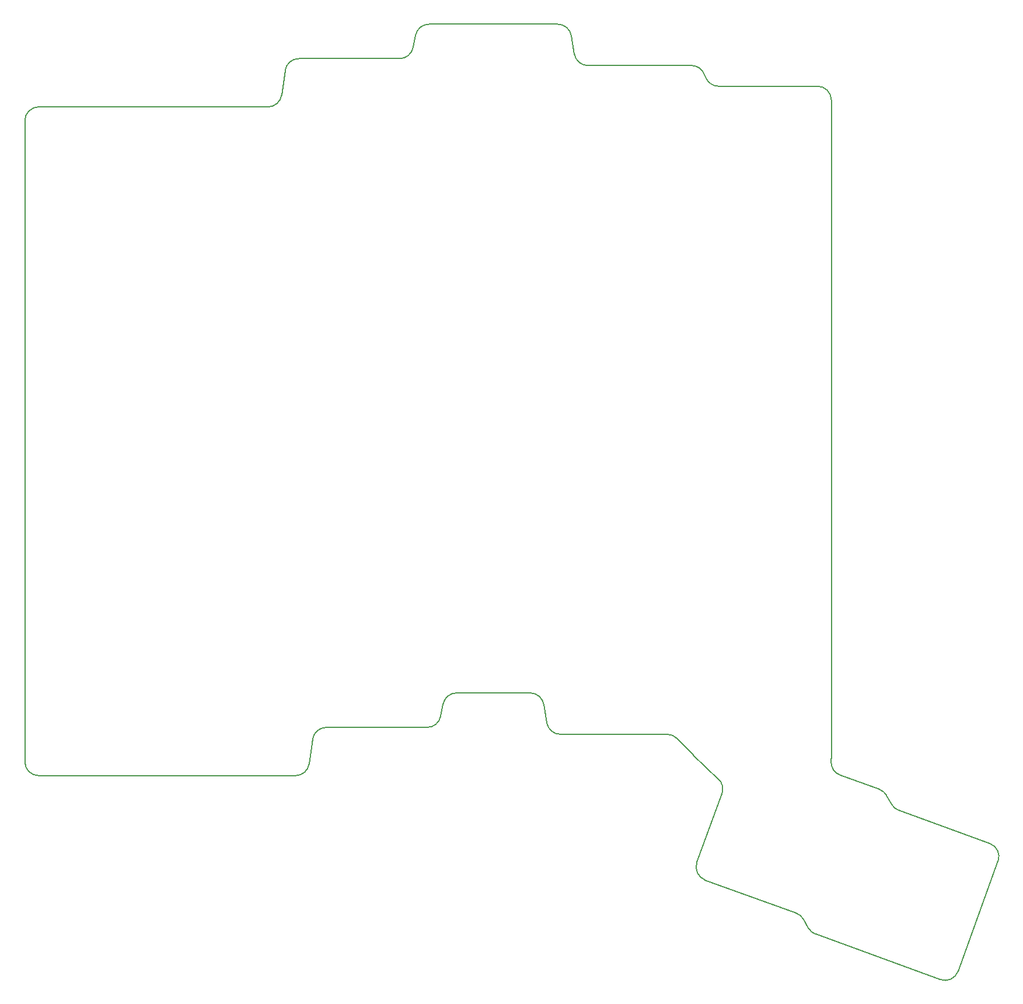
<source format=gm1>
%TF.GenerationSoftware,KiCad,Pcbnew,9.0.6*%
%TF.CreationDate,2025-11-12T16:56:56+01:00*%
%TF.ProjectId,left_finished,6c656674-5f66-4696-9e69-736865642e6b,1*%
%TF.SameCoordinates,Original*%
%TF.FileFunction,Profile,NP*%
%FSLAX46Y46*%
G04 Gerber Fmt 4.6, Leading zero omitted, Abs format (unit mm)*
G04 Created by KiCad (PCBNEW 9.0.6) date 2025-11-12 16:56:56*
%MOMM*%
%LPD*%
G01*
G04 APERTURE LIST*
%TA.AperFunction,Profile*%
%ADD10C,0.150000*%
%TD*%
G04 APERTURE END LIST*
D10*
X246313605Y-209770841D02*
G75*
G02*
X245118288Y-207207426I683995J1879341D01*
G01*
X264612051Y-191601466D02*
G75*
G02*
X264611104Y-191663021I-1998851J-34D01*
G01*
X240783622Y-188632250D02*
G75*
G02*
X242197835Y-189218037I-22J-2000050D01*
G01*
X264612050Y-96632250D02*
X264612050Y-191601465D01*
X262337760Y-217625095D02*
G75*
G02*
X261275695Y-216720971I684040J1879395D01*
G01*
X248248238Y-195122691D02*
G75*
G02*
X248742588Y-197249553I-1385038J-1442809D01*
G01*
X184857358Y-95915093D02*
X185366742Y-92349407D01*
X259521837Y-214578244D02*
X246313605Y-209770841D01*
X246143423Y-92809374D02*
X246434926Y-93455126D01*
X226890584Y-87303452D02*
X227333516Y-89961048D01*
X208290496Y-184240018D02*
X207933604Y-186024482D01*
X287614816Y-204477457D02*
G75*
G02*
X288810124Y-207040869I-684016J-1879343D01*
G01*
X248257801Y-94632250D02*
X262612050Y-94632250D01*
X271590662Y-196623204D02*
G75*
G02*
X272652717Y-197527333I-684062J-1879396D01*
G01*
X264611103Y-191663021D02*
X264581945Y-192609925D01*
X245118260Y-207207416D02*
X248742621Y-197249565D01*
X220917796Y-182632250D02*
X210251658Y-182632250D01*
X229306304Y-91632250D02*
G75*
G02*
X227333553Y-89961042I-4J1999950D01*
G01*
X259521837Y-214578244D02*
G75*
G02*
X260583888Y-215482376I-684037J-1879356D01*
G01*
X187346641Y-90632250D02*
X201972442Y-90632250D01*
X280432394Y-224211003D02*
X262337760Y-217625094D01*
X189366742Y-189349407D02*
G75*
G02*
X191346641Y-187632333I1979858J-282893D01*
G01*
X207933603Y-186024482D02*
G75*
G02*
X205972442Y-187632331I-1961203J392182D01*
G01*
X244320547Y-91632250D02*
G75*
G02*
X246143357Y-92809404I-47J-1999950D01*
G01*
X248257802Y-94632250D02*
G75*
G02*
X246434952Y-93455114I-2J1999950D01*
G01*
X248248238Y-195122691D02*
X244626805Y-191646413D01*
X262612050Y-94632250D02*
G75*
G02*
X264612050Y-96632250I50J-1999950D01*
G01*
X220917796Y-182632250D02*
G75*
G02*
X222890547Y-184303458I4J-1999950D01*
G01*
X149612050Y-194632250D02*
X186877459Y-194632250D01*
X274406585Y-199670055D02*
G75*
G02*
X273344524Y-198765929I684015J1879355D01*
G01*
X288810162Y-207040883D02*
X282995819Y-223015658D01*
X147612050Y-192632250D02*
X147612050Y-99632250D01*
X240783623Y-188632250D02*
X225306304Y-188632250D01*
X265896958Y-194550866D02*
G75*
G02*
X264581966Y-192609926I684042J1879366D01*
G01*
X203933603Y-89024482D02*
G75*
G02*
X201972442Y-90632331I-1961203J392182D01*
G01*
X272652722Y-197527330D02*
X273344524Y-198765929D01*
X184857358Y-95915093D02*
G75*
G02*
X182877459Y-97632167I-1979858J282893D01*
G01*
X188857358Y-192915093D02*
G75*
G02*
X186877459Y-194632167I-1979858J282893D01*
G01*
X265896957Y-194550865D02*
X271590661Y-196623204D01*
X223333516Y-186961048D02*
X222890584Y-184303452D01*
X224917796Y-85632250D02*
G75*
G02*
X226890547Y-87303458I4J-1999950D01*
G01*
X203933604Y-89024482D02*
X204290496Y-87240018D01*
X206251658Y-85632250D02*
X224917796Y-85632250D01*
X244626805Y-191646413D02*
G75*
G02*
X244597593Y-191617793I1392895J1450913D01*
G01*
X205972442Y-187632250D02*
X191346641Y-187632250D01*
X282995820Y-223015657D02*
G75*
G02*
X280432383Y-224211034I-1879420J684057D01*
G01*
X147612050Y-99632250D02*
G75*
G02*
X149612050Y-97632250I1999950J50D01*
G01*
X261275699Y-216720969D02*
X260583898Y-215482370D01*
X204290497Y-87240018D02*
G75*
G02*
X206251658Y-85632169I1961203J-392182D01*
G01*
X274406585Y-199670054D02*
X287614817Y-204477458D01*
X189366742Y-189349407D02*
X188857358Y-192915093D01*
X208290497Y-184240018D02*
G75*
G02*
X210251658Y-182632169I1961203J-392182D01*
G01*
X225306304Y-188632250D02*
G75*
G02*
X223333553Y-186961042I-4J1999950D01*
G01*
X185366742Y-92349407D02*
G75*
G02*
X187346641Y-90632333I1979858J-282893D01*
G01*
X244597593Y-191617793D02*
X242197836Y-189218036D01*
X229306304Y-91632250D02*
X244320547Y-91632250D01*
X149612050Y-97632250D02*
X182877459Y-97632250D01*
X149612050Y-194632250D02*
G75*
G02*
X147612050Y-192632250I-50J1999950D01*
G01*
M02*

</source>
